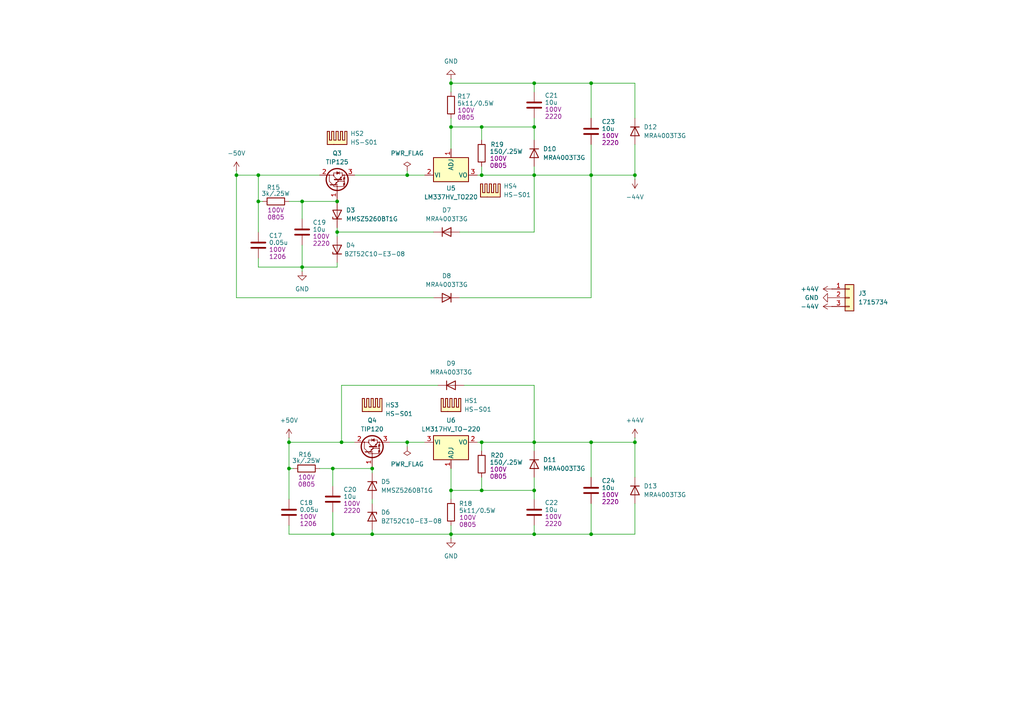
<source format=kicad_sch>
(kicad_sch (version 20231120) (generator "eeschema") (generator_version "8.0")
  (paper "A4")
  (lib_symbols
    (symbol "Connector_Generic:Conn_01x03" (pin_names (offset 1.016) hide)
      (property "Reference" "J" (at 0 5.08 0))
      (property "Value" "Conn_01x03" (at 0 -5.08 0))
      (symbol "Conn_01x03_1_1"
        (rectangle (start -1.27 -2.413) (end 0 -2.667) (stroke (width 0.1524)))
        (rectangle (start -1.27 0.127) (end 0 -0.127) (stroke (width 0.1524)))
        (rectangle (start -1.27 2.667) (end 0 2.413) (stroke (width 0.1524)))
        (rectangle (start -1.27 3.81) (end 1.27 -3.81) (stroke (width 0.254)) (fill (type background)))
        (pin passive line (at -5.08 2.54 0) (length 3.81) (name "Pin_1") (number "1"))
        (pin passive line (at -5.08 0 0) (length 3.81) (name "Pin_2") (number "2"))
        (pin passive line (at -5.08 -2.54 0) (length 3.81) (name "Pin_3") (number "3"))
      )
    )
    (symbol "Device:C" (pin_numbers hide) (pin_names (offset 0.254))
      (property "Reference" "C" (at 0.635 2.54 0))
      (property "Value" "C" (at 0.635 -2.54 0))
      (symbol "C_0_1"
        (polyline (pts (xy -2.032 -0.762) (xy 2.032 -0.762)) (stroke (width 0.508)))
        (polyline (pts (xy -2.032 0.762) (xy 2.032 0.762)) (stroke (width 0.508)))
      )
      (symbol "C_1_1"
        (pin passive line (at 0 3.81 270) (length 2.794) (name "~") (number "1"))
        (pin passive line (at 0 -3.81 90) (length 2.794) (name "~") (number "2"))
      )
    )
    (symbol "Device:D" (pin_numbers hide) (pin_names (offset 1.016) hide)
      (property "Reference" "D" (at 0 2.54 0))
      (property "Value" "D" (at 0 -2.54 0))
      (symbol "D_0_1"
        (polyline (pts (xy -1.27 1.27) (xy -1.27 -1.27)) (stroke (width 0.254)))
        (polyline (pts (xy 1.27 0) (xy -1.27 0)))
        (polyline (pts (xy 1.27 1.27) (xy 1.27 -1.27) (xy -1.27 0) (xy 1.27 1.27)) (stroke (width 0.254)))
      )
      (symbol "D_1_1"
        (pin passive line (at -3.81 0 0) (length 2.54) (name "K") (number "1"))
        (pin passive line (at 3.81 0 180) (length 2.54) (name "A") (number "2"))
      )
    )
    (symbol "Device:D_Zener" (pin_numbers hide) (pin_names (offset 1.016) hide)
      (property "Reference" "D" (at 0 2.54 0))
      (property "Value" "D_Zener" (at 0 -2.54 0))
      (symbol "D_Zener_0_1"
        (polyline (pts (xy 1.27 0) (xy -1.27 0)))
        (polyline (pts (xy -1.27 -1.27) (xy -1.27 1.27) (xy -0.762 1.27)) (stroke (width 0.254)))
        (polyline (pts (xy 1.27 -1.27) (xy 1.27 1.27) (xy -1.27 0) (xy 1.27 -1.27)) (stroke (width 0.254)))
      )
      (symbol "D_Zener_1_1"
        (pin passive line (at -3.81 0 0) (length 2.54) (name "K") (number "1"))
        (pin passive line (at 3.81 0 180) (length 2.54) (name "A") (number "2"))
      )
    )
    (symbol "Device:R" (pin_numbers hide) (pin_names (offset 0))
      (property "Reference" "R" (at 2.032 0 90))
      (property "Value" "R" (at 0 0 90))
      (symbol "R_0_1"
        (rectangle (start -1.016 -2.54) (end 1.016 2.54) (stroke (width 0.254)))
      )
      (symbol "R_1_1"
        (pin passive line (at 0 3.81 270) (length 1.27) (name "~") (number "1"))
        (pin passive line (at 0 -3.81 90) (length 1.27) (name "~") (number "2"))
      )
    )
    (symbol "FLYBACK_LTC1624:+44V" (power) (pin_numbers hide) (pin_names (offset 0) hide)
      (property "Value" "+44V" (at 0 3.556 0))
      (symbol "+44V_0_1"
        (polyline (pts (xy -0.762 1.27) (xy 0 2.54)))
        (polyline (pts (xy 0 0) (xy 0 2.54)))
        (polyline (pts (xy 0 2.54) (xy 0.762 1.27)))
      )
      (symbol "+44V_1_1"
        (pin power_in line (at 0 0 90) (length 0) (name "~") (number "1"))
      )
    )
    (symbol "FLYBACK_LTC1624:+50V" (power) (pin_numbers hide) (pin_names (offset 0) hide)
      (property "Value" "+50V" (at 0 3.556 0))
      (symbol "+50V_0_1"
        (polyline (pts (xy -0.762 1.27) (xy 0 2.54)))
        (polyline (pts (xy 0 0) (xy 0 2.54)))
        (polyline (pts (xy 0 2.54) (xy 0.762 1.27)))
      )
      (symbol "+50V_1_1"
        (pin power_in line (at 0 0 90) (length 0) (name "~") (number "1"))
      )
    )
    (symbol "FLYBACK_LTC1624:-44V" (power) (pin_numbers hide) (pin_names (offset 0) hide)
      (property "Value" "-44V" (at 0 3.556 0))
      (symbol "-44V_0_1"
        (polyline (pts (xy -0.762 1.27) (xy 0 2.54)))
        (polyline (pts (xy 0 0) (xy 0 2.54)))
        (polyline (pts (xy 0 2.54) (xy 0.762 1.27)))
      )
      (symbol "-44V_1_1"
        (pin power_in line (at 0 0 90) (length 0) (name "~") (number "1"))
      )
    )
    (symbol "FLYBACK_LTC1624:-50V" (power) (pin_numbers hide) (pin_names (offset 0) hide)
      (property "Value" "-50V" (at 0 3.556 0))
      (symbol "-50V_0_1"
        (polyline (pts (xy -0.762 1.27) (xy 0 2.54)))
        (polyline (pts (xy 0 0) (xy 0 2.54)))
        (polyline (pts (xy 0 2.54) (xy 0.762 1.27)))
      )
      (symbol "-50V_1_1"
        (pin power_in line (at 0 0 90) (length 0) (name "~") (number "1"))
      )
    )
    (symbol "Mechanical:Heatsink" (pin_names (offset 1.016))
      (property "Reference" "HS" (at 0 5.08 0))
      (property "Value" "Heatsink" (at 0 -1.27 0))
      (symbol "Heatsink_0_1"
        (polyline (pts (xy -0.3302 1.27) (xy -0.9652 1.27) (xy -0.9652 3.81) (xy -1.6002 3.81) (xy -1.6002 1.27) (xy -2.2352 1.27) (xy -2.2352 3.81) (xy -2.8702 3.81) (xy -2.8702 0) (xy -0.9652 0)) (stroke (width 0.254)) (fill (type background)))
        (polyline (pts (xy -0.3302 1.27) (xy -0.3302 3.81) (xy 0.3048 3.81) (xy 0.3048 1.27) (xy 0.9398 1.27) (xy 0.9398 3.81) (xy 1.5748 3.81) (xy 1.5748 1.27) (xy 2.2098 1.27) (xy 2.2098 3.81) (xy 2.8448 3.81) (xy 2.8448 0) (xy -0.9652 0)) (stroke (width 0.254)) (fill (type background)))
      )
    )
    (symbol "Regulator_Linear:LM317_TO-220" (pin_names (offset 0.254))
      (property "Reference" "U" (at -3.81 3.175 0))
      (property "Value" "LM317_TO-220" (at 0 3.175 0))
      (symbol "LM317_TO-220_0_1"
        (rectangle (start -5.08 1.905) (end 5.08 -5.08) (stroke (width 0.254)) (fill (type background)))
      )
      (symbol "LM317_TO-220_1_1"
        (pin input line (at 0 -7.62 90) (length 2.54) (name "ADJ") (number "1"))
        (pin power_out line (at 7.62 0 180) (length 2.54) (name "VO") (number "2"))
        (pin power_in line (at -7.62 0 0) (length 2.54) (name "VI") (number "3"))
      )
    )
    (symbol "Regulator_Linear:LM337_TO220" (pin_names (offset 0.254))
      (property "Reference" "U" (at -3.81 -3.175 0))
      (property "Value" "LM337_TO220" (at 0 -3.175 0))
      (symbol "LM337_TO220_0_1"
        (rectangle (start -5.08 5.08) (end 5.08 -1.905) (stroke (width 0.254)) (fill (type background)))
      )
      (symbol "LM337_TO220_1_1"
        (pin input line (at 0 7.62 270) (length 2.54) (name "ADJ") (number "1"))
        (pin power_in line (at -7.62 0 0) (length 2.54) (name "VI") (number "2"))
        (pin power_out line (at 7.62 0 180) (length 2.54) (name "VO") (number "3"))
      )
    )
    (symbol "Transistor_BJT:TIP120" (pin_names (offset 0) hide)
      (property "Reference" "Q" (at 5.08 1.905 0))
      (property "Value" "TIP120" (at 5.08 0 0))
      (symbol "TIP120_0_1"
        (circle (center -0.762 0) (radius 0.127))
        (polyline (pts (xy -1.27 0) (xy -0.889 0)))
        (polyline (pts (xy 2.54 -2.032) (xy 2.54 -2.54)))
        (polyline (pts (xy 2.54 -1.524) (xy 3.175 -1.524)))
        (polyline (pts (xy 2.794 0.127) (xy 3.556 0.127)))
        (polyline (pts (xy 3.175 -0.635) (xy 3.175 -1.524)))
        (polyline (pts (xy 3.175 1.016) (xy 2.54 1.016)))
        (polyline (pts (xy 3.175 1.016) (xy 3.175 0.127)))
        (polyline (pts (xy -0.254 0.762) (xy 0.762 -0.254) (xy 1.27 -0.254)))
        (polyline (pts (xy -0.254 1.016) (xy -0.762 1.016) (xy -0.762 -2.032)))
        (polyline (pts (xy -0.254 1.27) (xy 0.762 2.286) (xy 2.54 2.286)))
        (polyline (pts (xy -0.254 2.032) (xy -0.254 0) (xy -0.254 0)) (stroke (width 0.3048)))
        (polyline (pts (xy 1.27 0.762) (xy 1.27 -1.27) (xy 1.27 -1.27)) (stroke (width 0.381)))
        (polyline (pts (xy 0.635 -0.127) (xy 0.381 0.381) (xy 0.127 0.127) (xy 0.635 -0.127)))
        (polyline (pts (xy 1.27 -0.508) (xy 2.286 -1.524) (xy 2.54 -1.524) (xy 2.54 -2.032)))
        (polyline (pts (xy 1.27 0) (xy 2.286 1.016) (xy 2.54 1.016) (xy 2.54 2.286)))
        (polyline (pts (xy 2.159 -1.397) (xy 1.905 -0.889) (xy 1.651 -1.143) (xy 2.159 -1.397)))
        (polyline (pts (xy 3.175 0.127) (xy 2.794 -0.635) (xy 3.556 -0.635) (xy 3.175 0.127)) (fill (type outline)))
        (polyline (pts (xy 0.762 -2.032) (xy 0.381 -2.032) (xy 0.254 -2.286) (xy 0.127 -1.778) (xy 0 -2.286) (xy -0.127 -1.778) (xy -0.254 -2.286) (xy -0.381 -1.778) (xy -0.508 -2.032) (xy -0.762 -2.032)))
        (polyline (pts (xy 0.762 -0.254) (xy 0.762 -2.032) (xy 1.143 -2.032) (xy 1.27 -1.778) (xy 1.397 -2.286) (xy 1.524 -1.778) (xy 1.651 -2.286) (xy 1.778 -1.778) (xy 1.905 -2.286) (xy 2.032 -2.032) (xy 2.54 -2.032)))
        (circle (center 0.762 -2.032) (radius 0.127))
        (circle (center 0.762 -0.254) (radius 0.127))
        (circle (center 1.27 0) (radius 3.175) (stroke (width 0.3556)))
        (circle (center 2.54 -2.032) (radius 0.127))
        (circle (center 2.54 -1.524) (radius 0.127))
        (circle (center 2.54 1.016) (radius 0.127))
        (circle (center 2.54 2.286) (radius 0.127))
      )
      (symbol "TIP120_1_1"
        (pin input line (at -5.08 0 0) (length 3.81) (name "B") (number "1"))
        (pin passive line (at 2.54 5.08 270) (length 2.667) (name "C") (number "2"))
        (pin passive line (at 2.54 -5.08 90) (length 2.54) (name "E") (number "3"))
      )
    )
    (symbol "Transistor_BJT:TIP125" (pin_names (offset 0) hide)
      (property "Reference" "Q" (at 5.08 1.905 0))
      (property "Value" "TIP125" (at 5.08 0 0))
      (symbol "TIP125_0_1"
        (circle (center -0.762 0) (radius 0.127))
        (polyline (pts (xy -1.27 0) (xy -0.889 0)))
        (polyline (pts (xy 2.54 -2.032) (xy 2.54 -2.54)))
        (polyline (pts (xy 2.54 -1.524) (xy 3.175 -1.524)))
        (polyline (pts (xy 2.794 -0.635) (xy 3.556 -0.635)))
        (polyline (pts (xy 3.175 -1.524) (xy 3.175 -0.635)))
        (polyline (pts (xy 3.175 0.127) (xy 3.175 1.016)))
        (polyline (pts (xy 3.175 1.016) (xy 2.54 1.016)))
        (polyline (pts (xy -0.254 0.762) (xy 0.762 -0.254) (xy 1.27 -0.254)))
        (polyline (pts (xy -0.254 1.016) (xy -0.762 1.016) (xy -0.762 -2.032)))
        (polyline (pts (xy -0.254 1.27) (xy 0.762 2.286) (xy 2.54 2.286)))
        (polyline (pts (xy -0.254 2.032) (xy -0.254 0) (xy -0.254 0)) (stroke (width 0.3048)))
        (polyline (pts (xy 1.27 0.762) (xy 1.27 -1.27) (xy 1.27 -1.27)) (stroke (width 0.381)))
        (polyline (pts (xy 0 0.508) (xy 0.254 0) (xy 0.508 0.254) (xy 0 0.508)))
        (polyline (pts (xy 1.27 -0.508) (xy 2.286 -1.524) (xy 2.54 -1.524) (xy 2.54 -2.032)))
        (polyline (pts (xy 1.27 0) (xy 2.286 1.016) (xy 2.54 1.016) (xy 2.54 2.286)))
        (polyline (pts (xy 1.524 -0.762) (xy 1.778 -1.27) (xy 2.032 -1.016) (xy 1.524 -0.762)))
        (polyline (pts (xy 3.175 -0.635) (xy 2.794 0.127) (xy 3.556 0.127) (xy 3.175 -0.635)) (fill (type outline)))
        (polyline (pts (xy 0.762 -2.032) (xy 0.381 -2.032) (xy 0.254 -2.286) (xy 0.127 -1.778) (xy 0 -2.286) (xy -0.127 -1.778) (xy -0.254 -2.286) (xy -0.381 -1.778) (xy -0.508 -2.032) (xy -0.762 -2.032)))
        (polyline (pts (xy 0.762 -0.254) (xy 0.762 -2.032) (xy 1.143 -2.032) (xy 1.27 -1.778) (xy 1.397 -2.286) (xy 1.524 -1.778) (xy 1.651 -2.286) (xy 1.778 -1.778) (xy 1.905 -2.286) (xy 2.032 -2.032) (xy 2.54 -2.032)))
        (circle (center 0.762 -2.032) (radius 0.127))
        (circle (center 0.762 -0.254) (radius 0.127))
        (circle (center 1.27 0) (radius 3.175) (stroke (width 0.3556)))
        (circle (center 2.54 -2.032) (radius 0.127))
        (circle (center 2.54 -1.524) (radius 0.127))
        (circle (center 2.54 1.016) (radius 0.127))
        (circle (center 2.54 2.286) (radius 0.127))
      )
      (symbol "TIP125_1_1"
        (pin input line (at -5.08 0 0) (length 3.81) (name "B") (number "1"))
        (pin passive line (at 2.54 5.08 270) (length 2.667) (name "C") (number "2"))
        (pin passive line (at 2.54 -5.08 90) (length 2.54) (name "E") (number "3"))
      )
    )
    (symbol "power:GND" (power) (pin_numbers hide) (pin_names (offset 0) hide)
      (property "Value" "GND" (at 0 -3.81 0))
      (symbol "GND_0_1"
        (polyline (pts (xy 0 0) (xy 0 -1.27) (xy 1.27 -1.27) (xy 0 -2.54) (xy -1.27 -1.27) (xy 0 -1.27)))
      )
      (symbol "GND_1_1"
        (pin power_in line (at 0 0 270) (length 0) (name "~") (number "1"))
      )
    )
    (symbol "power:PWR_FLAG" (power) (pin_numbers hide) (pin_names (offset 0) hide)
      (property "Value" "PWR_FLAG" (at 0 3.81 0))
      (symbol "PWR_FLAG_0_0"
        (pin power_out line (at 0 0 90) (length 0) (name "~") (number "1"))
      )
      (symbol "PWR_FLAG_0_1"
        (polyline (pts (xy 0 0) (xy 0 1.27) (xy -1.016 1.905) (xy 0 2.54) (xy 1.016 1.905) (xy 0 1.27)))
      )
    )
  )
  (junction (at 139.7 50.8))
  (junction (at 171.45 50.8))
  (junction (at 96.52 154.94))
  (junction (at 154.94 128.27))
  (junction (at 107.95 135.89))
  (junction (at 118.11 128.27))
  (junction (at 139.7 142.24))
  (junction (at 130.81 36.83))
  (junction (at 99.06 128.27))
  (junction (at 171.45 128.27))
  (junction (at 139.7 36.83))
  (junction (at 184.15 50.8))
  (junction (at 130.81 154.94))
  (junction (at 97.79 58.42))
  (junction (at 74.93 58.42))
  (junction (at 118.11 50.8))
  (junction (at 171.45 24.13))
  (junction (at 97.79 67.31))
  (junction (at 154.94 154.94))
  (junction (at 74.93 50.8))
  (junction (at 107.95 154.94))
  (junction (at 154.94 24.13))
  (junction (at 68.58 50.8))
  (junction (at 154.94 36.83))
  (junction (at 130.81 24.13))
  (junction (at 87.63 77.47))
  (junction (at 96.52 135.89))
  (junction (at 154.94 142.24))
  (junction (at 83.82 135.89))
  (junction (at 139.7 128.27))
  (junction (at 87.63 58.42))
  (junction (at 184.15 128.27))
  (junction (at 83.82 128.27))
  (junction (at 171.45 154.94))
  (junction (at 130.81 142.24))
  (junction (at 154.94 50.8))
  (wire (pts (xy 118.11 50.8) (xy 123.19 50.8)))
  (wire (pts (xy 184.15 50.8) (xy 184.15 41.91)))
  (wire (pts (xy 139.7 128.27) (xy 154.94 128.27)))
  (wire (pts (xy 102.87 50.8) (xy 118.11 50.8)))
  (wire (pts (xy 130.81 142.24) (xy 130.81 144.78)))
  (wire (pts (xy 83.82 128.27) (xy 99.06 128.27)))
  (wire (pts (xy 139.7 138.43) (xy 139.7 142.24)))
  (wire (pts (xy 184.15 138.43) (xy 184.15 128.27)))
  (wire (pts (xy 134.62 111.76) (xy 154.94 111.76)))
  (wire (pts (xy 139.7 48.26) (xy 139.7 50.8)))
  (wire (pts (xy 92.71 135.89) (xy 96.52 135.89)))
  (wire (pts (xy 184.15 34.29) (xy 184.15 24.13)))
  (wire (pts (xy 171.45 154.94) (xy 171.45 146.05)))
  (wire (pts (xy 83.82 58.42) (xy 87.63 58.42)))
  (wire (pts (xy 171.45 128.27) (xy 184.15 128.27)))
  (wire (pts (xy 96.52 135.89) (xy 96.52 140.97)))
  (wire (pts (xy 171.45 24.13) (xy 184.15 24.13)))
  (wire (pts (xy 171.45 138.43) (xy 171.45 128.27)))
  (wire (pts (xy 171.45 154.94) (xy 184.15 154.94)))
  (wire (pts (xy 154.94 50.8) (xy 171.45 50.8)))
  (wire (pts (xy 87.63 58.42) (xy 97.79 58.42)))
  (wire (pts (xy 125.73 86.36) (xy 68.58 86.36)))
  (wire (pts (xy 87.63 77.47) (xy 97.79 77.47)))
  (wire (pts (xy 96.52 148.59) (xy 96.52 154.94)))
  (wire (pts (xy 74.93 50.8) (xy 92.71 50.8)))
  (wire (pts (xy 184.15 50.8) (xy 184.15 52.07)))
  (wire (pts (xy 83.82 135.89) (xy 83.82 128.27)))
  (wire (pts (xy 118.11 49.53) (xy 118.11 50.8)))
  (wire (pts (xy 68.58 49.53) (xy 68.58 50.8)))
  (wire (pts (xy 99.06 111.76) (xy 99.06 128.27)))
  (wire (pts (xy 127 111.76) (xy 99.06 111.76)))
  (wire (pts (xy 184.15 127) (xy 184.15 128.27)))
  (wire (pts (xy 139.7 142.24) (xy 130.81 142.24)))
  (wire (pts (xy 130.81 152.4) (xy 130.81 154.94)))
  (wire (pts (xy 154.94 128.27) (xy 171.45 128.27)))
  (wire (pts (xy 118.11 128.27) (xy 123.19 128.27)))
  (wire (pts (xy 154.94 138.43) (xy 154.94 142.24)))
  (wire (pts (xy 87.63 77.47) (xy 87.63 78.74)))
  (wire (pts (xy 133.35 67.31) (xy 154.94 67.31)))
  (wire (pts (xy 154.94 24.13) (xy 154.94 26.67)))
  (wire (pts (xy 154.94 154.94) (xy 154.94 152.4)))
  (wire (pts (xy 68.58 50.8) (xy 74.93 50.8)))
  (wire (pts (xy 154.94 50.8) (xy 154.94 48.26)))
  (wire (pts (xy 139.7 36.83) (xy 154.94 36.83)))
  (wire (pts (xy 74.93 74.93) (xy 74.93 77.47)))
  (wire (pts (xy 68.58 86.36) (xy 68.58 50.8)))
  (wire (pts (xy 138.43 128.27) (xy 139.7 128.27)))
  (wire (pts (xy 171.45 50.8) (xy 184.15 50.8)))
  (wire (pts (xy 96.52 135.89) (xy 107.95 135.89)))
  (wire (pts (xy 171.45 41.91) (xy 171.45 50.8)))
  (wire (pts (xy 154.94 111.76) (xy 154.94 128.27)))
  (wire (pts (xy 97.79 77.47) (xy 97.79 76.2)))
  (wire (pts (xy 83.82 127) (xy 83.82 128.27)))
  (wire (pts (xy 139.7 50.8) (xy 154.94 50.8)))
  (wire (pts (xy 99.06 128.27) (xy 102.87 128.27)))
  (wire (pts (xy 97.79 67.31) (xy 97.79 66.04)))
  (wire (pts (xy 154.94 40.64) (xy 154.94 36.83)))
  (wire (pts (xy 74.93 77.47) (xy 87.63 77.47)))
  (wire (pts (xy 83.82 152.4) (xy 83.82 154.94)))
  (wire (pts (xy 118.11 128.27) (xy 118.11 129.54)))
  (wire (pts (xy 138.43 50.8) (xy 139.7 50.8)))
  (wire (pts (xy 87.63 58.42) (xy 87.63 63.5)))
  (wire (pts (xy 74.93 58.42) (xy 74.93 67.31)))
  (wire (pts (xy 130.81 154.94) (xy 107.95 154.94)))
  (wire (pts (xy 154.94 130.81) (xy 154.94 128.27)))
  (wire (pts (xy 107.95 154.94) (xy 107.95 153.67)))
  (wire (pts (xy 184.15 154.94) (xy 184.15 146.05)))
  (wire (pts (xy 130.81 36.83) (xy 130.81 43.18)))
  (wire (pts (xy 154.94 142.24) (xy 154.94 144.78)))
  (wire (pts (xy 130.81 26.67) (xy 130.81 24.13)))
  (wire (pts (xy 83.82 154.94) (xy 96.52 154.94)))
  (wire (pts (xy 113.03 128.27) (xy 118.11 128.27)))
  (wire (pts (xy 87.63 71.12) (xy 87.63 77.47)))
  (wire (pts (xy 97.79 68.58) (xy 97.79 67.31)))
  (wire (pts (xy 171.45 24.13) (xy 171.45 34.29)))
  (wire (pts (xy 83.82 135.89) (xy 85.09 135.89)))
  (wire (pts (xy 130.81 142.24) (xy 130.81 135.89)))
  (wire (pts (xy 154.94 154.94) (xy 171.45 154.94)))
  (wire (pts (xy 130.81 154.94) (xy 130.81 156.21)))
  (wire (pts (xy 74.93 58.42) (xy 76.2 58.42)))
  (wire (pts (xy 130.81 24.13) (xy 154.94 24.13)))
  (wire (pts (xy 130.81 36.83) (xy 130.81 34.29)))
  (wire (pts (xy 154.94 67.31) (xy 154.94 50.8)))
  (wire (pts (xy 139.7 40.64) (xy 139.7 36.83)))
  (wire (pts (xy 96.52 154.94) (xy 107.95 154.94)))
  (wire (pts (xy 107.95 146.05) (xy 107.95 144.78)))
  (wire (pts (xy 130.81 154.94) (xy 154.94 154.94)))
  (wire (pts (xy 83.82 135.89) (xy 83.82 144.78)))
  (wire (pts (xy 107.95 137.16) (xy 107.95 135.89)))
  (wire (pts (xy 139.7 36.83) (xy 130.81 36.83)))
  (wire (pts (xy 130.81 24.13) (xy 130.81 22.86)))
  (wire (pts (xy 171.45 86.36) (xy 171.45 50.8)))
  (wire (pts (xy 154.94 24.13) (xy 171.45 24.13)))
  (wire (pts (xy 139.7 128.27) (xy 139.7 130.81)))
  (wire (pts (xy 139.7 142.24) (xy 154.94 142.24)))
  (wire (pts (xy 97.79 67.31) (xy 125.73 67.31)))
  (wire (pts (xy 133.35 86.36) (xy 171.45 86.36)))
  (wire (pts (xy 74.93 58.42) (xy 74.93 50.8)))
  (wire (pts (xy 154.94 36.83) (xy 154.94 34.29)))
  (symbol (lib_id "Connector_Generic:Conn_01x03") (at 246.38 86.36 0) (unit 1)
    (property "Reference" "J3" (at 248.92 85.0899 0) (effects (justify left)))
    (property "Value" "1715734" (at 248.92 87.6299 0) (effects (justify left)))
    (property "Footprint" "TerminalBlock_Phoenix:TerminalBlock_Phoenix_MKDS-1,5-3-5.08_1x03_P5.08mm_Horizontal" (effects (hide yes)))
    (property "Description" "Generic connector, single row, 01x03, script generated (kicad-library-utils/schlib/autogen/connector/)" (effects (hide yes)))
  )
  (symbol (lib_id "FLYBACK_LTC1624:+50V") (at 83.82 127 0) (unit 1)
    (property "Reference" "#PWR029" (effects (hide yes)))
    (property "Value" "+50V" (at 83.82 121.92 0))
    (property "Description" "Power symbol" (effects (hide yes)))
  )
  (symbol (lib_id "power:GND") (at 130.81 156.21 0) (unit 1)
    (property "Reference" "#PWR032" (effects (hide yes)))
    (property "Value" "GND" (at 130.81 161.29 0))
    (property "Description" "Power symbol creates a global label with name \"GND\" , ground" (effects (hide yes)))
  )
  (symbol (lib_id "Device:C") (at 171.45 38.1 0) (unit 1)
    (property "Reference" "C23" (at 174.498 35.306 0) (effects (justify left)))
    (property "Value" "10u" (at 174.498 37.338 0) (effects (justify left)))
    (property "Footprint" "FLYBACK_LTC1624:C_2220_5750Metric_Pad1.97x5.40mm_HandSolder" (effects (hide yes)))
    (property "Description" "Unpolarized capacitor" (effects (hide yes)))
    (property "Voltage" "100V" (at 174.498 39.37 0) (effects (justify left)))
    (property "Package" "2220" (at 174.498 41.402 0) (effects (justify left)))
  )
  (symbol (lib_id "Device:D") (at 130.81 111.76 0) (unit 1)
    (property "Reference" "D9" (at 130.81 105.41 0))
    (property "Value" "MRA4003T3G" (at 130.81 107.95 0))
    (property "Footprint" "Diode_SMD:D_SMA" (effects (hide yes)))
    (property "Description" "Diode" (effects (hide yes)))
    (property "Sim.Device" "D" (effects (hide yes)))
    (property "Sim.Pins" "1=K 2=A" (effects (hide yes)))
  )
  (symbol (lib_id "Device:C") (at 96.52 144.78 0) (unit 1)
    (property "Reference" "C20" (at 99.568 141.986 0) (effects (justify left)))
    (property "Value" "10u" (at 99.568 144.018 0) (effects (justify left)))
    (property "Footprint" "FLYBACK_LTC1624:C_2220_5750Metric_Pad1.97x5.40mm_HandSolder" (effects (hide yes)))
    (property "Description" "Unpolarized capacitor" (effects (hide yes)))
    (property "Voltage" "100V" (at 99.568 146.05 0) (effects (justify left)))
    (property "Package" "2220" (at 99.568 148.082 0) (effects (justify left)))
  )
  (symbol (lib_id "Device:C") (at 87.63 67.31 0) (unit 1)
    (property "Reference" "C19" (at 90.678 64.516 0) (effects (justify left)))
    (property "Value" "10u" (at 90.678 66.548 0) (effects (justify left)))
    (property "Footprint" "FLYBACK_LTC1624:C_2220_5750Metric_Pad1.97x5.40mm_HandSolder" (effects (hide yes)))
    (property "Description" "Unpolarized capacitor" (effects (hide yes)))
    (property "Voltage" "100V" (at 90.678 68.58 0) (effects (justify left)))
    (property "Package" "2220" (at 90.678 70.612 0) (effects (justify left)))
  )
  (symbol (lib_id "Device:R") (at 139.7 134.62 0) (unit 1)
    (property "Reference" "R20" (at 142.24 132.08 0) (effects (justify left)))
    (property "Value" "150/.25W" (at 141.986 134.112 0) (effects (justify left)))
    (property "Footprint" "Resistor_SMD:R_0805_2012Metric_Pad1.20x1.40mm_HandSolder" (effects (hide yes)))
    (property "Description" "Resistor" (effects (hide yes)))
    (property "Voltage" "100V" (at 144.526 136.144 0))
    (property "Package" "0805" (at 144.526 138.176 0))
  )
  (symbol (lib_id "Regulator_Linear:LM337_TO220") (at 130.81 50.8 0) (unit 1)
    (property "Reference" "U5" (at 130.81 54.61 0))
    (property "Value" "LM337HV_TO220" (at 130.81 57.15 0))
    (property "Footprint" "Package_TO_SOT_THT:TO-220-3_Vertical" (effects (hide yes)))
    (property "Datasheet" "http://www.ti.com/lit/ds/symlink/lm337-n.pdf" (effects (hide yes)))
    (property "Description" "Negative 1.5A 35V Adjustable Linear Regulator, TO-220" (effects (hide yes)))
  )
  (symbol (lib_id "Device:C") (at 83.82 148.59 0) (unit 1)
    (property "Reference" "C18" (at 86.868 145.796 0) (effects (justify left)))
    (property "Value" "0.05u" (at 86.868 147.828 0) (effects (justify left)))
    (property "Footprint" "Capacitor_SMD:C_1206_3216Metric_Pad1.33x1.80mm_HandSolder" (effects (hide yes)))
    (property "Description" "Unpolarized capacitor" (effects (hide yes)))
    (property "Voltage" "100V" (at 86.868 149.86 0) (effects (justify left)))
    (property "Package" "1206" (at 86.868 151.892 0) (effects (justify left)))
  )
  (symbol (lib_id "Device:C") (at 154.94 30.48 0) (unit 1)
    (property "Reference" "C21" (at 157.988 27.686 0) (effects (justify left)))
    (property "Value" "10u" (at 157.988 29.718 0) (effects (justify left)))
    (property "Footprint" "FLYBACK_LTC1624:C_2220_5750Metric_Pad1.97x5.40mm_HandSolder" (effects (hide yes)))
    (property "Description" "Unpolarized capacitor" (effects (hide yes)))
    (property "Voltage" "100V" (at 157.988 31.75 0) (effects (justify left)))
    (property "Package" "2220" (at 157.988 33.782 0) (effects (justify left)))
  )
  (symbol (lib_id "Mechanical:Heatsink") (at 97.79 41.91 0) (unit 1)
    (property "Reference" "HS2" (at 101.6 38.7349 0) (effects (justify left)))
    (property "Value" "HS-S01" (at 101.6 41.2749 0) (effects (justify left)))
    (property "Footprint" "FLYBACK_LTC1624:Heatsink_Stonecold_HS-S01_13.21x6.35mm" (effects (hide yes)))
    (property "Description" "Heatsink" (effects (hide yes)))
  )
  (symbol (lib_id "power:PWR_FLAG") (at 118.11 129.54 180) (unit 1)
    (property "Reference" "#FLG07" (effects (hide yes)))
    (property "Value" "PWR_FLAG" (at 118.11 134.62 0))
    (property "Description" "Special symbol for telling ERC where power comes from" (effects (hide yes)))
  )
  (symbol (lib_id "Regulator_Linear:LM317_TO-220") (at 130.81 128.27 0) (unit 1)
    (property "Reference" "U6" (at 130.81 121.92 0))
    (property "Value" "LM317HV_TO-220" (at 130.81 124.46 0))
    (property "Footprint" "Package_TO_SOT_THT:TO-220-3_Vertical" (effects (hide yes)))
    (property "Datasheet" "http://www.ti.com/lit/ds/symlink/lm317.pdf" (effects (hide yes)))
    (property "Description" "1.5A 35V Adjustable Linear Regulator, TO-220" (effects (hide yes)))
  )
  (symbol (lib_id "Device:D") (at 184.15 38.1 270) (unit 1)
    (property "Reference" "D12" (at 186.69 36.8299 90) (effects (justify left)))
    (property "Value" "MRA4003T3G" (at 186.69 39.3699 90) (effects (justify left)))
    (property "Footprint" "Diode_SMD:D_SMA" (effects (hide yes)))
    (property "Description" "Diode" (effects (hide yes)))
    (property "Sim.Device" "D" (effects (hide yes)))
    (property "Sim.Pins" "1=K 2=A" (effects (hide yes)))
  )
  (symbol (lib_id "power:GND") (at 130.81 22.86 180) (unit 1)
    (property "Reference" "#PWR031" (effects (hide yes)))
    (property "Value" "GND" (at 130.81 17.78 0))
    (property "Description" "Power symbol creates a global label with name \"GND\" , ground" (effects (hide yes)))
  )
  (symbol (lib_id "FLYBACK_LTC1624:-50V") (at 68.58 49.53 0) (unit 1)
    (property "Reference" "#PWR028" (effects (hide yes)))
    (property "Value" "-50V" (at 68.58 44.45 0))
    (property "Description" "Power symbol" (effects (hide yes)))
  )
  (symbol (lib_id "Device:D") (at 154.94 44.45 90) (mirror x) (unit 1)
    (property "Reference" "D10" (at 157.48 43.1799 90) (effects (justify right)))
    (property "Value" "MRA4003T3G" (at 157.48 45.7199 90) (effects (justify right)))
    (property "Footprint" "Diode_SMD:D_SMA" (effects (hide yes)))
    (property "Description" "Diode" (effects (hide yes)))
    (property "Sim.Device" "D" (effects (hide yes)))
    (property "Sim.Pins" "1=K 2=A" (effects (hide yes)))
  )
  (symbol (lib_id "Transistor_BJT:TIP125") (at 97.79 53.34 90) (unit 1)
    (property "Reference" "Q3" (at 97.79 44.45 90))
    (property "Value" "TIP125" (at 97.79 46.99 90))
    (property "Footprint" "Package_TO_SOT_THT:TO-220-3_Vertical" (effects (hide yes)))
    (property "Datasheet" "https://www.onsemi.com/pub/Collateral/TIP120-D.PDF" (effects (hide yes)))
    (property "Description" "5A Ic, 60V Vce, Silicon Darlington Power PNP Transistor, TO-220" (effects (hide yes)))
  )
  (symbol (lib_id "FLYBACK_LTC1624:-44V") (at 184.15 52.07 180) (unit 1)
    (property "Reference" "#PWR033" (effects (hide yes)))
    (property "Value" "-44V" (at 184.15 57.15 0))
    (property "Description" "Power symbol" (effects (hide yes)))
  )
  (symbol (lib_id "Device:D_Zener") (at 97.79 62.23 90) (unit 1)
    (property "Reference" "D3" (at 100.33 60.9599 90) (effects (justify right)))
    (property "Value" "MMSZ5260BT1G" (at 100.33 63.4999 90) (effects (justify right)))
    (property "Footprint" "Diode_SMD:D_SOD-123" (effects (hide yes)))
    (property "Description" "Zener diode" (effects (hide yes)))
  )
  (symbol (lib_id "power:GND") (at 241.3 86.36 270) (unit 1)
    (property "Reference" "#PWR036" (effects (hide yes)))
    (property "Value" "GND" (at 237.49 86.3599 90) (effects (justify right)))
    (property "Description" "Power symbol creates a global label with name \"GND\" , ground" (effects (hide yes)))
  )
  (symbol (lib_id "Mechanical:Heatsink") (at 142.24 57.15 0) (unit 1)
    (property "Reference" "HS4" (at 146.05 53.9749 0) (effects (justify left)))
    (property "Value" "HS-S01" (at 146.05 56.5149 0) (effects (justify left)))
    (property "Footprint" "FLYBACK_LTC1624:Heatsink_Stonecold_HS-S01_13.21x6.35mm" (effects (hide yes)))
    (property "Description" "Heatsink" (effects (hide yes)))
  )
  (symbol (lib_id "Device:D") (at 154.94 134.62 270) (unit 1)
    (property "Reference" "D11" (at 157.48 133.3499 90) (effects (justify left)))
    (property "Value" "MRA4003T3G" (at 157.48 135.8899 90) (effects (justify left)))
    (property "Footprint" "Diode_SMD:D_SMA" (effects (hide yes)))
    (property "Description" "Diode" (effects (hide yes)))
    (property "Sim.Device" "D" (effects (hide yes)))
    (property "Sim.Pins" "1=K 2=A" (effects (hide yes)))
  )
  (symbol (lib_id "Device:C") (at 154.94 148.59 0) (unit 1)
    (property "Reference" "C22" (at 157.988 145.796 0) (effects (justify left)))
    (property "Value" "10u" (at 157.988 147.828 0) (effects (justify left)))
    (property "Footprint" "FLYBACK_LTC1624:C_2220_5750Metric_Pad1.97x5.40mm_HandSolder" (effects (hide yes)))
    (property "Description" "Unpolarized capacitor" (effects (hide yes)))
    (property "Voltage" "100V" (at 157.988 149.86 0) (effects (justify left)))
    (property "Package" "2220" (at 157.988 151.892 0) (effects (justify left)))
  )
  (symbol (lib_id "Device:R") (at 88.9 135.89 90) (unit 1)
    (property "Reference" "R16" (at 90.424 131.826 90) (effects (justify left)))
    (property "Value" "3k/.25W" (at 92.964 133.604 90) (effects (justify left)))
    (property "Footprint" "Resistor_SMD:R_0805_2012Metric_Pad1.20x1.40mm_HandSolder" (effects (hide yes)))
    (property "Description" "Resistor" (effects (hide yes)))
    (property "Voltage" "100V" (at 88.9 138.43 90))
    (property "Package" "0805" (at 88.9 140.462 90))
  )
  (symbol (lib_id "FLYBACK_LTC1624:+44V") (at 241.3 83.82 90) (unit 1)
    (property "Reference" "#PWR035" (effects (hide yes)))
    (property "Value" "+44V" (at 237.49 83.8199 90) (effects (justify left)))
    (property "Description" "Power symbol" (effects (hide yes)))
  )
  (symbol (lib_id "Device:D") (at 129.54 67.31 0) (unit 1)
    (property "Reference" "D7" (at 129.54 60.96 0))
    (property "Value" "MRA4003T3G" (at 129.54 63.5 0))
    (property "Footprint" "Diode_SMD:D_SMA" (effects (hide yes)))
    (property "Description" "Diode" (effects (hide yes)))
    (property "Sim.Device" "D" (effects (hide yes)))
    (property "Sim.Pins" "1=K 2=A" (effects (hide yes)))
  )
  (symbol (lib_id "FLYBACK_LTC1624:+44V") (at 184.15 127 0) (unit 1)
    (property "Reference" "#PWR034" (effects (hide yes)))
    (property "Value" "+44V" (at 184.15 121.92 0))
    (property "Description" "Power symbol" (effects (hide yes)))
  )
  (symbol (lib_id "Device:D_Zener") (at 97.79 72.39 90) (unit 1)
    (property "Reference" "D4" (at 100.33 71.1199 90) (effects (justify right)))
    (property "Value" "BZT52C10-E3-08" (at 99.822 73.66 90) (effects (justify right)))
    (property "Footprint" "Diode_SMD:D_SOD-123" (effects (hide yes)))
    (property "Description" "Zener diode" (effects (hide yes)))
  )
  (symbol (lib_id "Device:C") (at 171.45 142.24 0) (unit 1)
    (property "Reference" "C24" (at 174.498 139.446 0) (effects (justify left)))
    (property "Value" "10u" (at 174.498 141.478 0) (effects (justify left)))
    (property "Footprint" "FLYBACK_LTC1624:C_2220_5750Metric_Pad1.97x5.40mm_HandSolder" (effects (hide yes)))
    (property "Description" "Unpolarized capacitor" (effects (hide yes)))
    (property "Voltage" "100V" (at 174.498 143.51 0) (effects (justify left)))
    (property "Package" "2220" (at 174.498 145.542 0) (effects (justify left)))
  )
  (symbol (lib_id "Transistor_BJT:TIP120") (at 107.95 130.81 90) (unit 1)
    (property "Reference" "Q4" (at 107.95 121.92 90))
    (property "Value" "TIP120" (at 107.95 124.46 90))
    (property "Footprint" "Package_TO_SOT_THT:TO-220-3_Vertical" (effects (hide yes)))
    (property "Datasheet" "https://www.onsemi.com/pub/Collateral/TIP120-D.PDF" (effects (hide yes)))
    (property "Description" "5A Ic, 60V Vce, Silicon Darlington Power NPN Transistor, TO-220" (effects (hide yes)))
  )
  (symbol (lib_id "Device:R") (at 130.81 148.59 0) (unit 1)
    (property "Reference" "R18" (at 133.096 146.05 0) (effects (justify left)))
    (property "Value" "5k11/0.5W" (at 133.096 148.082 0) (effects (justify left)))
    (property "Footprint" "Resistor_SMD:R_0805_2012Metric_Pad1.20x1.40mm_HandSolder" (effects (hide yes)))
    (property "Description" "Resistor" (effects (hide yes)))
    (property "Voltage" "100V" (at 135.636 150.114 0))
    (property "Package" "0805" (at 135.636 152.146 0))
  )
  (symbol (lib_id "FLYBACK_LTC1624:-44V") (at 241.3 88.9 90) (unit 1)
    (property "Reference" "#PWR037" (effects (hide yes)))
    (property "Value" "-44V" (at 237.49 88.8999 90) (effects (justify left)))
    (property "Description" "Power symbol" (effects (hide yes)))
  )
  (symbol (lib_id "Device:D") (at 129.54 86.36 180) (unit 1)
    (property "Reference" "D8" (at 129.54 80.01 0))
    (property "Value" "MRA4003T3G" (at 129.54 82.55 0))
    (property "Footprint" "Diode_SMD:D_SMA" (effects (hide yes)))
    (property "Description" "Diode" (effects (hide yes)))
    (property "Sim.Device" "D" (effects (hide yes)))
    (property "Sim.Pins" "1=K 2=A" (effects (hide yes)))
  )
  (symbol (lib_id "Device:R") (at 139.7 44.45 0) (unit 1)
    (property "Reference" "R19" (at 142.24 41.91 0) (effects (justify left)))
    (property "Value" "150/.25W" (at 141.986 43.942 0) (effects (justify left)))
    (property "Footprint" "Resistor_SMD:R_0805_2012Metric_Pad1.20x1.40mm_HandSolder" (effects (hide yes)))
    (property "Description" "Resistor" (effects (hide yes)))
    (property "Voltage" "100V" (at 144.526 45.974 0))
    (property "Package" "0805" (at 144.526 48.006 0))
  )
  (symbol (lib_id "Mechanical:Heatsink") (at 107.95 119.38 0) (unit 1)
    (property "Reference" "HS3" (at 111.76 117.4749 0) (effects (justify left)))
    (property "Value" "HS-S01" (at 111.76 120.0149 0) (effects (justify left)))
    (property "Footprint" "FLYBACK_LTC1624:Heatsink_Stonecold_HS-S01_13.21x6.35mm" (effects (hide yes)))
    (property "Description" "Heatsink" (effects (hide yes)))
  )
  (symbol (lib_id "Device:D_Zener") (at 107.95 149.86 270) (unit 1)
    (property "Reference" "D6" (at 110.49 148.5899 90) (effects (justify left)))
    (property "Value" "BZT52C10-E3-08" (at 110.49 151.1299 90) (effects (justify left)))
    (property "Footprint" "Diode_SMD:D_SOD-123" (effects (hide yes)))
    (property "Description" "Zener diode" (effects (hide yes)))
  )
  (symbol (lib_id "Device:D") (at 184.15 142.24 270) (unit 1)
    (property "Reference" "D13" (at 186.69 140.9699 90) (effects (justify left)))
    (property "Value" "MRA4003T3G" (at 186.69 143.5099 90) (effects (justify left)))
    (property "Footprint" "Diode_SMD:D_SMA" (effects (hide yes)))
    (property "Description" "Diode" (effects (hide yes)))
    (property "Sim.Device" "D" (effects (hide yes)))
    (property "Sim.Pins" "1=K 2=A" (effects (hide yes)))
  )
  (symbol (lib_id "Mechanical:Heatsink") (at 130.81 119.38 0) (unit 1)
    (property "Reference" "HS1" (at 134.62 116.2049 0) (effects (justify left)))
    (property "Value" "HS-S01" (at 134.62 118.7449 0) (effects (justify left)))
    (property "Footprint" "FLYBACK_LTC1624:Heatsink_Stonecold_HS-S01_13.21x6.35mm" (effects (hide yes)))
    (property "Description" "Heatsink" (effects (hide yes)))
  )
  (symbol (lib_id "Device:R") (at 130.81 30.48 0) (unit 1)
    (property "Reference" "R17" (at 132.588 27.94 0) (effects (justify left)))
    (property "Value" "5k11/0.5W" (at 132.588 29.972 0) (effects (justify left)))
    (property "Footprint" "Resistor_SMD:R_0805_2012Metric_Pad1.20x1.40mm_HandSolder" (effects (hide yes)))
    (property "Description" "Resistor" (effects (hide yes)))
    (property "Voltage" "100V" (at 135.128 32.004 0))
    (property "Package" "0805" (at 135.128 34.036 0))
  )
  (symbol (lib_id "Device:D_Zener") (at 107.95 140.97 270) (unit 1)
    (property "Reference" "D5" (at 110.49 139.6999 90) (effects (justify left)))
    (property "Value" "MMSZ5260BT1G" (at 110.49 142.2399 90) (effects (justify left)))
    (property "Footprint" "Diode_SMD:D_SOD-123" (effects (hide yes)))
    (property "Description" "Zener diode" (effects (hide yes)))
  )
  (symbol (lib_id "power:GND") (at 87.63 78.74 0) (unit 1)
    (property "Reference" "#PWR030" (effects (hide yes)))
    (property "Value" "GND" (at 87.63 83.82 0))
    (property "Description" "Power symbol creates a global label with name \"GND\" , ground" (effects (hide yes)))
  )
  (symbol (lib_id "Device:R") (at 80.01 58.42 90) (unit 1)
    (property "Reference" "R15" (at 81.28 54.356 90) (effects (justify left)))
    (property "Value" "3k/.25W" (at 84.074 56.134 90) (effects (justify left)))
    (property "Footprint" "Resistor_SMD:R_0805_2012Metric_Pad1.20x1.40mm_HandSolder" (effects (hide yes)))
    (property "Description" "Resistor" (effects (hide yes)))
    (property "Voltage" "100V" (at 80.01 60.96 90))
    (property "Package" "0805" (at 80.01 62.992 90))
  )
  (symbol (lib_id "Device:C") (at 74.93 71.12 0) (unit 1)
    (property "Reference" "C17" (at 77.978 68.326 0) (effects (justify left)))
    (property "Value" "0.05u" (at 77.978 70.358 0) (effects (justify left)))
    (property "Footprint" "Capacitor_SMD:C_1206_3216Metric_Pad1.33x1.80mm_HandSolder" (effects (hide yes)))
    (property "Description" "Unpolarized capacitor" (effects (hide yes)))
    (property "Voltage" "100V" (at 77.978 72.39 0) (effects (justify left)))
    (property "Package" "1206" (at 77.978 74.422 0) (effects (justify left)))
  )
  (symbol (lib_id "power:PWR_FLAG") (at 118.11 49.53 0) (unit 1)
    (property "Reference" "#FLG06" (effects (hide yes)))
    (property "Value" "PWR_FLAG" (at 118.11 44.45 0))
    (property "Description" "Special symbol for telling ERC where power comes from" (effects (hide yes)))
  )
)
</source>
